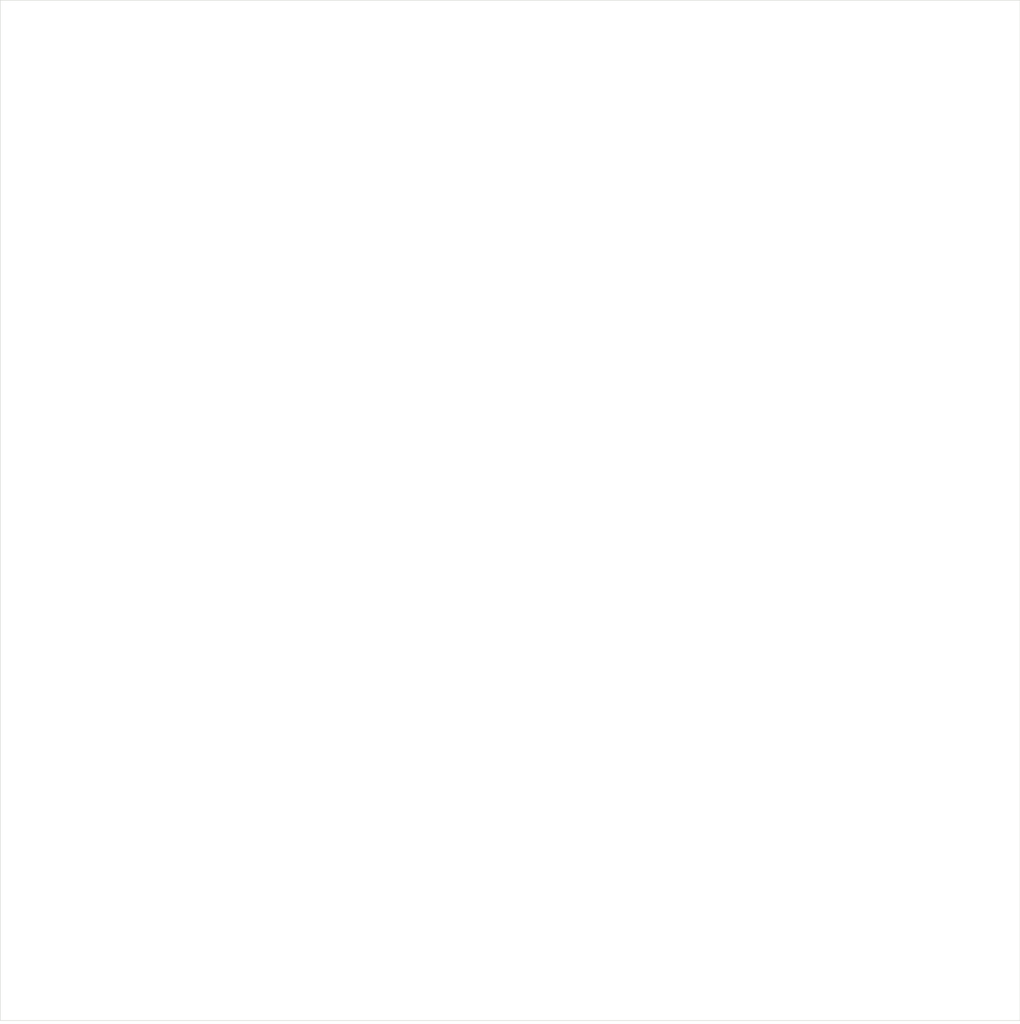
<source format=kicad_pcb>
(kicad_pcb (version 20241229) (generator "pcbnew") (generator_version "9.0")
  (title_block (title "${PROJECTNAME}") (date "${DATE}") (rev "${VERSION}"))
  (layers (0 "F.Cu" signal) (2 "B.Cu" signal) (13 "F.Paste" user) (15 "B.Paste" user) (5 "F.SilkS" user "F.Silkscreen") (7 "B.SilkS" user "B.Silkscreen") (1 "F.Mask" user) (3 "B.Mask" user) (25 "Edge.Cuts" user))
  (property "DATE" "unreleased")
  (property "VERSION" "unreleased")
  (net 0 "")
  (footprint "PCM_JLCPCB:Hole_Tooling_JLCPCB" (layer "F.Cu") (at 127 33.02)
    (property "Reference" "H2" (hide yes))
    (property "Value" "~" (hide yes))
    (pad "" np_thru_hole circle (at 0 0) (size 1 1) (drill 1.152) (layers "*.Cu" "*.Mask"))
  )
  (footprint "PCM_JLCPCB:Hole_Tooling_JLCPCB" (layer "F.Cu") (at 33.02 127)
    (property "Reference" "H3" (hide yes))
    (property "Value" "~" (hide yes))
    (pad "" np_thru_hole circle (at 0 0) (size 1 1) (drill 1.152) (layers "*.Cu" "*.Mask"))
  )
  (footprint "PCM_JLCPCB:Hole_Tooling_JLCPCB" (layer "F.Cu") (at 33.02 33.02)
    (property "Reference" "H1" (hide yes))
    (property "Value" "~" (hide yes))
    (pad "" np_thru_hole circle (at 0 0) (size 1 1) (drill 1.152) (layers "*.Cu" "*.Mask"))
  )
  (gr_rect (start 30 30) (end 130 130) (stroke (width 0.05)) (fill no) (layer "Edge.Cuts"))
)
</source>
